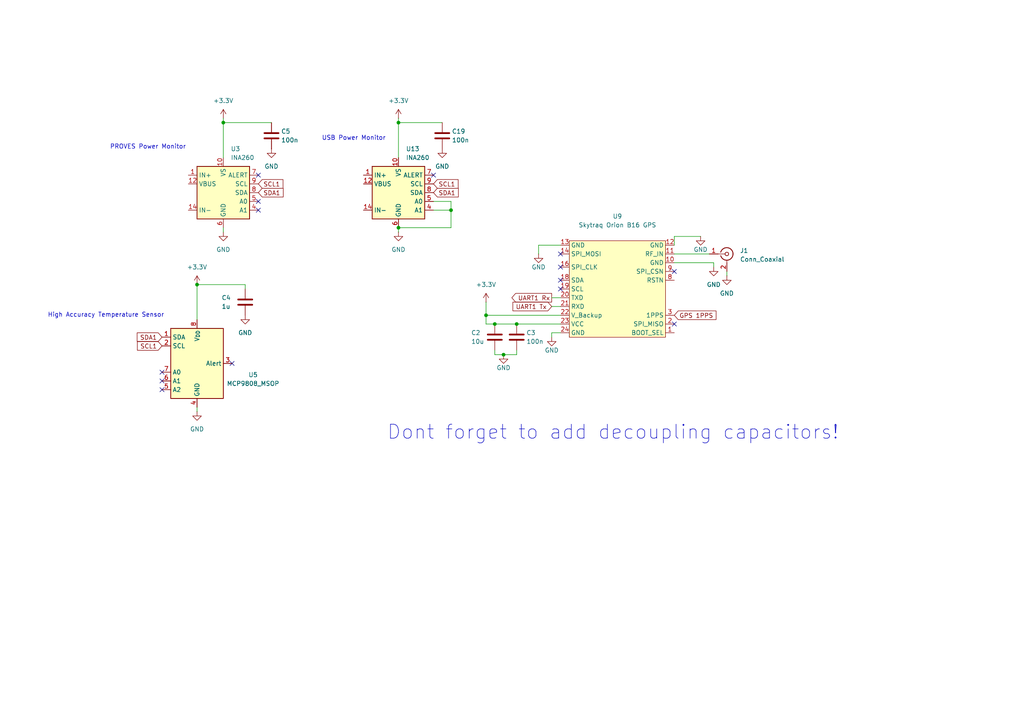
<source format=kicad_sch>
(kicad_sch (version 20250114) (generator "eeschema") (generator_version "9.0")
  (paper "A4")
  (lib_symbols
    (symbol "Connector:Conn_Coaxial" (pin_names (offset 1.016) (hide yes))
      (property "Reference" "J" (at 0.254 3.048 0))
      (property "Value" "Conn_Coaxial" (at 2.921 0 90))
      (symbol "Conn_Coaxial_0_1"
        (polyline (pts (xy -2.54 0) (xy -0.508 0)))
        (arc (start 1.778 0) (mid 0.222 -1.8079) (end -1.778 -0.508) (stroke (width 0.254)))
        (arc (start -1.778 0.508) (mid 0.2221 1.8084) (end 1.778 0) (stroke (width 0.254)))
        (circle (center 0 0) (radius 0.508) (stroke (width 0.2032)))
        (polyline (pts (xy 0 -2.54) (xy 0 -1.778)))
      )
      (symbol "Conn_Coaxial_1_1"
        (pin passive line (at -5.08 0 0) (length 2.54) (name "In") (number "1"))
        (pin passive line (at 0 -5.08 90) (length 2.54) (name "Ext") (number "2"))
      )
    )
    (symbol "Cygnet Skywalker v1:Skytraq_Orion_B16_GPS"
      (property "Reference" "U" (at 0 0 0))
      (property "Value" "Skytraq Orion B16 GPS" (at 0.254 -1.778 0))
      (symbol "Skytraq_Orion_B16_GPS_1_1"
        (rectangle (start -13.97 -3.81) (end 13.97 -31.75) (fill (type background)))
        (pin output line (at -16.51 -5.08 0) (length 2.54) (name "GND") (number "13"))
        (pin input line (at -16.51 -7.62 0) (length 2.54) (name "SPI_MOSI") (number "14"))
        (pin input line (at -16.51 -11.43 0) (length 2.54) (name "SPI_CLK") (number "16"))
        (pin bidirectional line (at -16.51 -15.24 0) (length 2.54) (name "SDA") (number "18"))
        (pin bidirectional line (at -16.51 -17.78 0) (length 2.54) (name "SCL") (number "19"))
        (pin output line (at -16.51 -20.32 0) (length 2.54) (name "TXD") (number "20"))
        (pin input line (at -16.51 -22.86 0) (length 2.54) (name "RXD") (number "21"))
        (pin input line (at -16.51 -25.4 0) (length 2.54) (name "V_Backup") (number "22"))
        (pin input line (at -16.51 -27.94 0) (length 2.54) (name "VCC") (number "23"))
        (pin output line (at -16.51 -30.48 0) (length 2.54) (name "GND") (number "24"))
        (pin output line (at 16.51 -5.08 180) (length 2.54) (name "GND") (number "12"))
        (pin output line (at 16.51 -7.62 180) (length 2.54) (name "RF_IN") (number "11"))
        (pin output line (at 16.51 -10.16 180) (length 2.54) (name "GND") (number "10"))
        (pin input line (at 16.51 -12.7 180) (length 2.54) (name "SPI_CSN") (number "9"))
        (pin input line (at 16.51 -15.24 180) (length 2.54) (name "RSTN") (number "8"))
        (pin input line (at 16.51 -25.4 180) (length 2.54) (name "1PPS") (number "3"))
        (pin output line (at 16.51 -27.94 180) (length 2.54) (name "SPI_MISO") (number "2"))
        (pin input line (at 16.51 -30.48 180) (length 2.54) (name "BOOT_SEL") (number "1"))
      )
    )
    (symbol "Device:C" (pin_numbers (hide yes)) (pin_names (offset 0.254))
      (property "Reference" "C" (at 0.635 2.54 0))
      (property "Value" "C" (at 0.635 -2.54 0))
      (symbol "C_0_1"
        (polyline (pts (xy -2.032 0.762) (xy 2.032 0.762)) (stroke (width 0.508)))
        (polyline (pts (xy -2.032 -0.762) (xy 2.032 -0.762)) (stroke (width 0.508)))
      )
      (symbol "C_1_1"
        (pin passive line (at 0 3.81 270) (length 2.794) (name "~") (number "1"))
        (pin passive line (at 0 -3.81 90) (length 2.794) (name "~") (number "2"))
      )
    )
    (symbol "Sensor:INA260"
      (property "Reference" "U" (at -6.35 8.89 0))
      (property "Value" "INA260" (at 2.54 8.89 0))
      (symbol "INA260_0_1"
        (rectangle (start -7.62 7.62) (end 7.62 -7.62) (stroke (width 0.254)) (fill (type background)))
      )
      (symbol "INA260_1_1"
        (pin passive line (at -10.16 5.08 0) (length 2.54) (name "IN+") (number "1"))
        (pin passive line (at -10.16 5.08 0) (length 2.54) (hide yes) (name "IN+") (number "2"))
        (pin passive line (at -10.16 5.08 0) (length 2.54) (hide yes) (name "IN+") (number "3"))
        (pin passive line (at -10.16 2.54 0) (length 2.54) (name "VBUS") (number "12"))
        (pin passive line (at -10.16 -5.08 0) (length 2.54) (name "IN-") (number "14"))
        (pin passive line (at -10.16 -5.08 0) (length 2.54) (hide yes) (name "IN-") (number "15"))
        (pin passive line (at -10.16 -5.08 0) (length 2.54) (hide yes) (name "IN-") (number "16"))
        (pin power_in line (at 0 10.16 270) (length 2.54) (name "VS") (number "10"))
        (pin passive line (at 0 -10.16 90) (length 2.54) (hide yes) (name "GND") (number "11"))
        (pin power_in line (at 0 -10.16 90) (length 2.54) (name "GND") (number "6"))
        (pin no_connect line (at 2.54 -7.62 90) (length 2.54) (hide yes) (name "NC") (number "13"))
        (pin open_collector line (at 10.16 5.08 180) (length 2.54) (name "ALERT") (number "7"))
        (pin input line (at 10.16 2.54 180) (length 2.54) (name "SCL") (number "9"))
        (pin bidirectional line (at 10.16 0 180) (length 2.54) (name "SDA") (number "8"))
        (pin input line (at 10.16 -2.54 180) (length 2.54) (name "A0") (number "5"))
        (pin input line (at 10.16 -5.08 180) (length 2.54) (name "A1") (number "4"))
      )
    )
    (symbol "Sensor_Temperature:MCP9808_MSOP"
      (property "Reference" "U" (at -6.35 11.43 0))
      (property "Value" "MCP9808_MSOP" (at 10.16 11.43 0))
      (symbol "MCP9808_MSOP_0_1"
        (rectangle (start -7.62 10.16) (end 7.62 -10.16) (stroke (width 0.254)) (fill (type background)))
      )
      (symbol "MCP9808_MSOP_1_1"
        (pin bidirectional line (at -10.16 7.62 0) (length 2.54) (name "SDA") (number "1"))
        (pin input line (at -10.16 5.08 0) (length 2.54) (name "SCL") (number "2"))
        (pin input line (at -10.16 -2.54 0) (length 2.54) (name "A0") (number "7"))
        (pin input line (at -10.16 -5.08 0) (length 2.54) (name "A1") (number "6"))
        (pin input line (at -10.16 -7.62 0) (length 2.54) (name "A2") (number "5"))
        (pin power_in line (at 0 12.7 270) (length 2.54) (name "V_{DD}") (number "8"))
        (pin power_in line (at 0 -12.7 90) (length 2.54) (name "GND") (number "4"))
        (pin output line (at 10.16 0 180) (length 2.54) (name "Alert") (number "3"))
      )
    )
    (symbol "power:+3.3V" (power) (pin_numbers (hide yes)) (pin_names (offset 0) (hide yes))
      (property "Value" "+3.3V" (at 0 3.556 0))
      (symbol "+3.3V_0_1"
        (polyline (pts (xy -0.762 1.27) (xy 0 2.54)))
        (polyline (pts (xy 0 2.54) (xy 0.762 1.27)))
        (polyline (pts (xy 0 0) (xy 0 2.54)))
      )
      (symbol "+3.3V_1_1"
        (pin power_in line (at 0 0 90) (length 0) (name "~") (number "1"))
      )
    )
    (symbol "power:GND" (power) (pin_numbers (hide yes)) (pin_names (offset 0) (hide yes))
      (property "Value" "GND" (at 0 -3.81 0))
      (symbol "GND_0_1"
        (polyline (pts (xy 0 0) (xy 0 -1.27) (xy 1.27 -1.27) (xy 0 -2.54) (xy -1.27 -1.27) (xy 0 -1.27)))
      )
      (symbol "GND_1_1"
        (pin power_in line (at 0 0 270) (length 0) (name "~") (number "1"))
      )
    )
  )
  (text "Dont forget to add decoupling capacitors!" (at 177.8 125.476 0) (effects (font (size 4.064 4.064))))
  (text "USB Power Monitor" (at 102.616 40.132 0) (effects (font (size 1.27 1.27))))
  (text "High Accuracy Temperature Sensor" (at 30.734 91.44 0) (effects (font (size 1.27 1.27))))
  (text "PROVES Power Monitor" (at 42.926 42.672 0) (effects (font (size 1.27 1.27))))
  (junction (at 115.57 35.56))
  (junction (at 115.57 66.04))
  (junction (at 64.77 35.56))
  (junction (at 57.15 82.55))
  (junction (at 146.05 102.87))
  (junction (at 130.81 60.96))
  (junction (at 143.51 93.98))
  (junction (at 149.86 93.98))
  (junction (at 140.97 91.44))
  (no_connect (at 74.93 50.8))
  (no_connect (at 162.56 83.82))
  (no_connect (at 74.93 60.96))
  (no_connect (at 162.56 77.47))
  (no_connect (at 67.31 105.41))
  (no_connect (at 46.99 110.49))
  (no_connect (at 46.99 107.95))
  (no_connect (at 125.73 50.8))
  (no_connect (at 162.56 73.66))
  (no_connect (at 162.56 81.28))
  (no_connect (at 195.58 93.98))
  (no_connect (at 74.93 58.42))
  (no_connect (at 195.58 78.74))
  (no_connect (at 46.99 113.03))
  (wire (pts (xy 64.77 67.31) (xy 64.77 66.04)))
  (wire (pts (xy 140.97 93.98) (xy 143.51 93.98)))
  (wire (pts (xy 57.15 82.55) (xy 71.12 82.55)))
  (wire (pts (xy 143.51 102.87) (xy 146.05 102.87)))
  (wire (pts (xy 195.58 68.58) (xy 203.2 68.58)))
  (wire (pts (xy 57.15 82.55) (xy 57.15 92.71)))
  (wire (pts (xy 149.86 93.98) (xy 162.56 93.98)))
  (wire (pts (xy 64.77 35.56) (xy 64.77 45.72)))
  (wire (pts (xy 207.01 76.2) (xy 207.01 77.47)))
  (wire (pts (xy 115.57 67.31) (xy 115.57 66.04)))
  (wire (pts (xy 115.57 34.29) (xy 115.57 35.56)))
  (wire (pts (xy 195.58 76.2) (xy 207.01 76.2)))
  (wire (pts (xy 140.97 91.44) (xy 162.56 91.44)))
  (wire (pts (xy 195.58 73.66) (xy 205.74 73.66)))
  (wire (pts (xy 143.51 101.6) (xy 143.51 102.87)))
  (wire (pts (xy 71.12 82.55) (xy 71.12 83.82)))
  (wire (pts (xy 162.56 71.12) (xy 156.21 71.12)))
  (wire (pts (xy 64.77 35.56) (xy 78.74 35.56)))
  (wire (pts (xy 115.57 66.04) (xy 130.81 66.04)))
  (wire (pts (xy 160.02 86.36) (xy 162.56 86.36)))
  (wire (pts (xy 125.73 60.96) (xy 130.81 60.96)))
  (wire (pts (xy 160.02 88.9) (xy 162.56 88.9)))
  (wire (pts (xy 130.81 60.96) (xy 130.81 66.04)))
  (wire (pts (xy 125.73 58.42) (xy 130.81 58.42)))
  (wire (pts (xy 195.58 68.58) (xy 195.58 71.12)))
  (wire (pts (xy 149.86 102.87) (xy 149.86 101.6)))
  (wire (pts (xy 143.51 93.98) (xy 149.86 93.98)))
  (wire (pts (xy 160.02 97.79) (xy 160.02 96.52)))
  (wire (pts (xy 210.82 80.01) (xy 210.82 78.74)))
  (wire (pts (xy 160.02 96.52) (xy 162.56 96.52)))
  (wire (pts (xy 156.21 71.12) (xy 156.21 73.66)))
  (wire (pts (xy 115.57 35.56) (xy 115.57 45.72)))
  (wire (pts (xy 57.15 119.38) (xy 57.15 118.11)))
  (wire (pts (xy 115.57 35.56) (xy 128.27 35.56)))
  (wire (pts (xy 140.97 87.63) (xy 140.97 91.44)))
  (wire (pts (xy 140.97 91.44) (xy 140.97 93.98)))
  (wire (pts (xy 130.81 58.42) (xy 130.81 60.96)))
  (wire (pts (xy 146.05 102.87) (xy 149.86 102.87)))
  (wire (pts (xy 64.77 34.29) (xy 64.77 35.56)))
  (global_label "UART1 Tx" (shape input) (at 160.02 88.9 180) (property "Intersheetrefs" "${INTERSHEET_REFS}" (effects (hide yes))))
  (global_label "SCL1" (shape input) (at 74.93 53.34 0) (property "Intersheetrefs" "${INTERSHEET_REFS}" (effects (hide yes))))
  (global_label "SDA1" (shape input) (at 74.93 55.88 0) (property "Intersheetrefs" "${INTERSHEET_REFS}" (effects (hide yes))))
  (global_label "UART1 Rx" (shape output) (at 160.02 86.36 180) (property "Intersheetrefs" "${INTERSHEET_REFS}" (effects (hide yes))))
  (global_label "SCL1" (shape input) (at 125.73 53.34 0) (property "Intersheetrefs" "${INTERSHEET_REFS}" (effects (hide yes))))
  (global_label "SDA1" (shape input) (at 46.99 97.79 180) (property "Intersheetrefs" "${INTERSHEET_REFS}" (effects (hide yes))))
  (global_label "SDA1" (shape input) (at 125.73 55.88 0) (property "Intersheetrefs" "${INTERSHEET_REFS}" (effects (hide yes))))
  (global_label "SCL1" (shape input) (at 46.99 100.33 180) (property "Intersheetrefs" "${INTERSHEET_REFS}" (effects (hide yes))))
  (global_label "GPS 1PPS" (shape input) (at 195.58 91.44 0) (property "Intersheetrefs" "${INTERSHEET_REFS}" (effects (hide yes))))
  (symbol (lib_id "power:GND") (at 115.57 67.31 0) (unit 1)
    (property "Reference" "#PWR051" (effects (hide yes)))
    (property "Value" "GND" (at 115.57 72.39 0))
    (property "Description" "Power symbol creates a global label with name \"GND\" , ground" (effects (hide yes)))
  )
  (symbol (lib_id "power:GND") (at 207.01 77.47 0) (unit 1)
    (property "Reference" "#PWR036" (effects (hide yes)))
    (property "Value" "GND" (at 207.01 82.55 0))
    (property "Description" "Power symbol creates a global label with name \"GND\" , ground" (effects (hide yes)))
  )
  (symbol (lib_id "Device:C") (at 143.51 97.79 0) (unit 1)
    (property "Reference" "C2" (at 136.652 96.52 0) (effects (justify left)))
    (property "Value" "10u" (at 136.652 99.06 0) (effects (justify left)))
  )
  (symbol (lib_id "power:GND") (at 128.27 43.18 0) (unit 1)
    (property "Reference" "#PWR064" (effects (hide yes)))
    (property "Value" "GND" (at 128.27 48.26 0))
    (property "Description" "Power symbol creates a global label with name \"GND\" , ground" (effects (hide yes)))
  )
  (symbol (lib_id "power:GND") (at 57.15 119.38 0) (unit 1)
    (property "Reference" "#PWR023" (effects (hide yes)))
    (property "Value" "GND" (at 57.15 124.46 0))
    (property "Description" "Power symbol creates a global label with name \"GND\" , ground" (effects (hide yes)))
  )
  (symbol (lib_id "power:GND") (at 71.12 91.44 0) (unit 1)
    (property "Reference" "#PWR062" (effects (hide yes)))
    (property "Value" "GND" (at 71.12 96.52 0))
    (property "Description" "Power symbol creates a global label with name \"GND\" , ground" (effects (hide yes)))
  )
  (symbol (lib_id "power:+3.3V") (at 140.97 87.63 0) (unit 1)
    (property "Reference" "#PWR039" (effects (hide yes)))
    (property "Value" "+3.3V" (at 140.97 82.55 0))
    (property "Description" "Power symbol creates a global label with name \"+3.3V\"" (effects (hide yes)))
  )
  (symbol (lib_id "Sensor:INA260") (at 115.57 55.88 0) (unit 1)
    (property "Reference" "U13" (at 117.7133 43.18 0) (effects (justify left)))
    (property "Value" "INA260" (at 117.7133 45.72 0) (effects (justify left)))
    (property "Footprint" "Package_SO:TSSOP-16_4.4x5mm_P0.65mm" (effects (hide yes)))
    (property "Datasheet" "http://www.ti.com/lit/ds/symlink/ina260.pdf" (effects (hide yes)))
    (property "Description" "Current/power/voltage monitor with Integrated 2mΩ Shunt Resistor, 2.7V - 5.5V, I2C, TSSOP-16" (effects (hide yes)))
  )
  (symbol (lib_id "power:GND") (at 78.74 43.18 0) (unit 1)
    (property "Reference" "#PWR063" (effects (hide yes)))
    (property "Value" "GND" (at 78.74 48.26 0))
    (property "Description" "Power symbol creates a global label with name \"GND\" , ground" (effects (hide yes)))
  )
  (symbol (lib_id "power:+3.3V") (at 115.57 34.29 0) (unit 1)
    (property "Reference" "#PWR044" (effects (hide yes)))
    (property "Value" "+3.3V" (at 115.57 29.21 0))
    (property "Description" "Power symbol creates a global label with name \"+3.3V\"" (effects (hide yes)))
  )
  (symbol (lib_id "power:GND") (at 146.05 102.87 0) (unit 1)
    (property "Reference" "#PWR061" (effects (hide yes)))
    (property "Value" "GND" (at 146.05 106.68 0))
    (property "Description" "Power symbol creates a global label with name \"GND\" , ground" (effects (hide yes)))
  )
  (symbol (lib_id "power:GND") (at 64.77 67.31 0) (unit 1)
    (property "Reference" "#PWR024" (effects (hide yes)))
    (property "Value" "GND" (at 64.77 72.39 0))
    (property "Description" "Power symbol creates a global label with name \"GND\" , ground" (effects (hide yes)))
  )
  (symbol (lib_id "Device:C") (at 128.27 39.37 0) (unit 1)
    (property "Reference" "C19" (at 131.064 38.1 0) (effects (justify left)))
    (property "Value" "100n" (at 131.064 40.64 0) (effects (justify left)))
  )
  (symbol (lib_id "Cygnet Skywalker v1:Skytraq_Orion_B16_GPS") (at 179.07 66.04 0) (unit 1)
    (property "Reference" "U9" (at 179.07 62.738 0))
    (property "Value" "Skytraq Orion B16 GPS" (at 179.07 65.278 0))
  )
  (symbol (lib_id "Device:C") (at 149.86 97.79 0) (unit 1)
    (property "Reference" "C3" (at 152.654 96.52 0) (effects (justify left)))
    (property "Value" "100n" (at 152.654 99.06 0) (effects (justify left)))
  )
  (symbol (lib_id "power:GND") (at 203.2 68.58 0) (unit 1)
    (property "Reference" "#PWR037" (effects (hide yes)))
    (property "Value" "GND" (at 203.2 72.39 0))
    (property "Description" "Power symbol creates a global label with name \"GND\" , ground" (effects (hide yes)))
  )
  (symbol (lib_id "power:+3.3V") (at 57.15 82.55 0) (unit 1)
    (property "Reference" "#PWR022" (effects (hide yes)))
    (property "Value" "+3.3V" (at 57.15 77.47 0))
    (property "Description" "Power symbol creates a global label with name \"+3.3V\"" (effects (hide yes)))
  )
  (symbol (lib_id "Device:C") (at 71.12 87.63 0) (unit 1)
    (property "Reference" "C4" (at 64.262 86.36 0) (effects (justify left)))
    (property "Value" "1u" (at 64.262 88.9 0) (effects (justify left)))
  )
  (symbol (lib_id "Sensor:INA260") (at 64.77 55.88 0) (unit 1)
    (property "Reference" "U3" (at 66.9133 43.18 0) (effects (justify left)))
    (property "Value" "INA260" (at 66.9133 45.72 0) (effects (justify left)))
    (property "Footprint" "Package_SO:TSSOP-16_4.4x5mm_P0.65mm" (effects (hide yes)))
    (property "Datasheet" "http://www.ti.com/lit/ds/symlink/ina260.pdf" (effects (hide yes)))
    (property "Description" "Current/power/voltage monitor with Integrated 2mΩ Shunt Resistor, 2.7V - 5.5V, I2C, TSSOP-16" (effects (hide yes)))
  )
  (symbol (lib_id "power:+3.3V") (at 64.77 34.29 0) (unit 1)
    (property "Reference" "#PWR021" (effects (hide yes)))
    (property "Value" "+3.3V" (at 64.77 29.21 0))
    (property "Description" "Power symbol creates a global label with name \"+3.3V\"" (effects (hide yes)))
  )
  (symbol (lib_id "power:GND") (at 160.02 97.79 0) (unit 1)
    (property "Reference" "#PWR038" (effects (hide yes)))
    (property "Value" "GND" (at 160.02 101.6 0))
    (property "Description" "Power symbol creates a global label with name \"GND\" , ground" (effects (hide yes)))
  )
  (symbol (lib_id "Sensor_Temperature:MCP9808_MSOP") (at 57.15 105.41 0) (unit 1)
    (property "Reference" "U5" (at 73.406 108.712 0))
    (property "Value" "MCP9808_MSOP" (at 73.406 111.252 0))
    (property "Footprint" "Package_SO:MSOP-8_3x3mm_P0.65mm" (effects (hide yes)))
    (property "Datasheet" "http://ww1.microchip.com/downloads/en/DeviceDoc/22203b.pdf" (effects (hide yes)))
    (property "Description" "±0.25°C (±0.5°C) Typical (Maximum), Digital Temperature Sensor, MSOP-8" (effects (hide yes)))
  )
  (symbol (lib_id "power:GND") (at 210.82 80.01 0) (unit 1)
    (property "Reference" "#PWR035" (effects (hide yes)))
    (property "Value" "GND" (at 210.82 85.09 0))
    (property "Description" "Power symbol creates a global label with name \"GND\" , ground" (effects (hide yes)))
  )
  (symbol (lib_id "Connector:Conn_Coaxial") (at 210.82 73.66 0) (unit 1)
    (property "Reference" "J1" (at 214.63 72.6831 0) (effects (justify left)))
    (property "Value" "Conn_Coaxial" (at 214.63 75.2231 0) (effects (justify left)))
    (property "Description" "coaxial connector (BNC, SMA, SMB, SMC, Cinch/RCA, LEMO, ...)" (effects (hide yes)))
  )
  (symbol (lib_id "Device:C") (at 78.74 39.37 0) (unit 1)
    (property "Reference" "C5" (at 81.534 38.1 0) (effects (justify left)))
    (property "Value" "100n" (at 81.534 40.64 0) (effects (justify left)))
  )
  (symbol (lib_id "power:GND") (at 156.21 73.66 0) (unit 1)
    (property "Reference" "#PWR060" (effects (hide yes)))
    (property "Value" "GND" (at 156.21 77.47 0))
    (property "Description" "Power symbol creates a global label with name \"GND\" , ground" (effects (hide yes)))
  )
)
</source>
